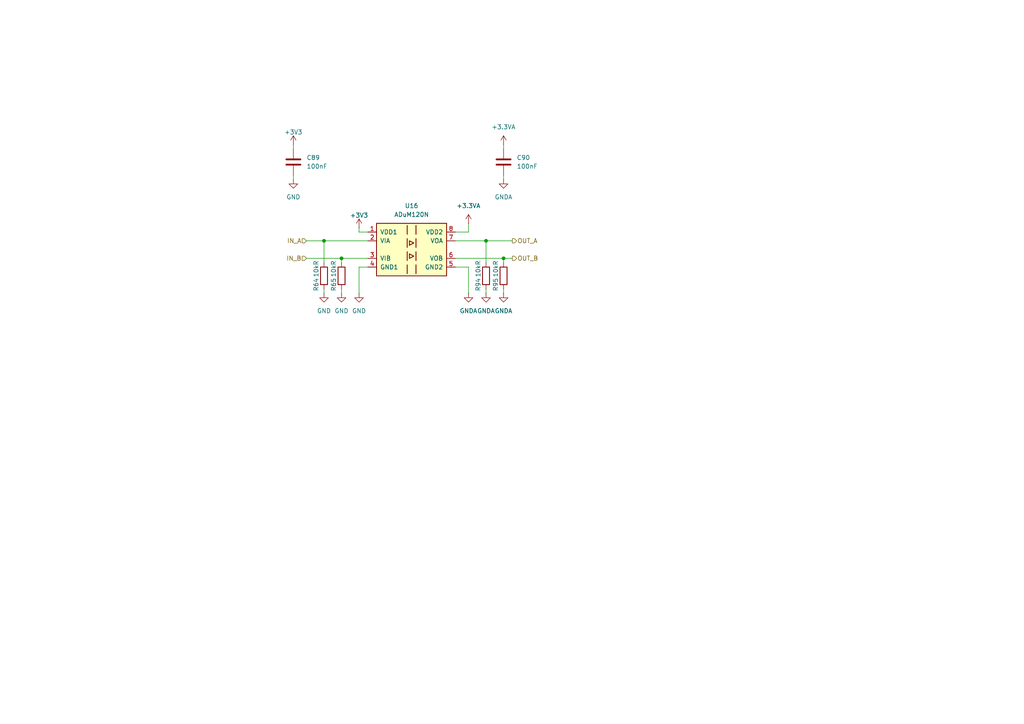
<source format=kicad_sch>
(kicad_sch (version 20231120) (generator "eeschema") (generator_version "8.0")
  (paper "A4")
  (lib_symbols
    (symbol "Device:C" (pin_numbers hide) (pin_names (offset 0.254))
      (property "Reference" "C" (at 0.635 2.54 0))
      (property "Value" "C" (at 0.635 -2.54 0))
      (symbol "C_0_1"
        (polyline (pts (xy -2.032 -0.762) (xy 2.032 -0.762)) (stroke (width 0.508)))
        (polyline (pts (xy -2.032 0.762) (xy 2.032 0.762)) (stroke (width 0.508)))
      )
      (symbol "C_1_1"
        (pin passive line (at 0 3.81 270) (length 2.794) (name "~") (number "1"))
        (pin passive line (at 0 -3.81 90) (length 2.794) (name "~") (number "2"))
      )
    )
    (symbol "Device:R" (pin_numbers hide) (pin_names (offset 0))
      (property "Reference" "R" (at 2.032 0 90))
      (property "Value" "R" (at 0 0 90))
      (symbol "R_0_1"
        (rectangle (start -1.016 -2.54) (end 1.016 2.54) (stroke (width 0.254)))
      )
      (symbol "R_1_1"
        (pin passive line (at 0 3.81 270) (length 1.27) (name "~") (number "1"))
        (pin passive line (at 0 -3.81 90) (length 1.27) (name "~") (number "2"))
      )
    )
    (symbol "Isolator:ADuM120N" (pin_names (offset 1.016))
      (property "Reference" "U" (at -10.16 8.89 0))
      (property "Value" "ADuM120N" (at -2.032 8.89 0))
      (symbol "ADuM120N_0_1"
        (rectangle (start -10.16 7.62) (end 10.16 -7.62) (stroke (width 0.254)) (fill (type background)))
        (polyline (pts (xy -1.27 -4.445) (xy -1.27 -6.985)) (stroke (width 0.254)))
        (polyline (pts (xy -1.27 -0.635) (xy -1.27 -3.175)) (stroke (width 0.254)))
        (polyline (pts (xy -1.27 3.175) (xy -1.27 0.635)) (stroke (width 0.254)))
        (polyline (pts (xy -1.27 6.985) (xy -1.27 4.445)) (stroke (width 0.254)))
        (polyline (pts (xy 1.27 -4.445) (xy 1.27 -6.985)) (stroke (width 0.254)))
        (polyline (pts (xy 1.27 -0.635) (xy 1.27 -3.175)) (stroke (width 0.254)))
        (polyline (pts (xy 1.27 3.175) (xy 1.27 0.635)) (stroke (width 0.254)))
        (polyline (pts (xy 1.27 6.985) (xy 1.27 4.445)) (stroke (width 0.254)))
        (polyline (pts (xy -0.635 -1.27) (xy -0.635 -2.54) (xy 0.635 -1.905) (xy -0.635 -1.27)) (stroke (width 0.254)))
        (polyline (pts (xy -0.635 1.27) (xy 0.635 1.905) (xy -0.635 2.54) (xy -0.635 1.27)) (stroke (width 0.254)))
      )
      (symbol "ADuM120N_1_1"
        (pin power_in line (at -12.7 5.08 0) (length 2.54) (name "VDD1") (number "1"))
        (pin input line (at -12.7 2.54 0) (length 2.54) (name "VIA") (number "2"))
        (pin input line (at -12.7 -2.54 0) (length 2.54) (name "VIB") (number "3"))
        (pin power_in line (at -12.7 -5.08 0) (length 2.54) (name "GND1") (number "4"))
        (pin power_in line (at 12.7 -5.08 180) (length 2.54) (name "GND2") (number "5"))
        (pin output line (at 12.7 -2.54 180) (length 2.54) (name "VOB") (number "6"))
        (pin output line (at 12.7 2.54 180) (length 2.54) (name "VOA") (number "7"))
        (pin power_in line (at 12.7 5.08 180) (length 2.54) (name "VDD2") (number "8"))
      )
    )
    (symbol "power:+3.3VA" (power) (pin_numbers hide) (pin_names (offset 0) hide)
      (property "Value" "+3.3VA" (at 0 3.556 0))
      (symbol "+3.3VA_0_1"
        (polyline (pts (xy -0.762 1.27) (xy 0 2.54)))
        (polyline (pts (xy 0 0) (xy 0 2.54)))
        (polyline (pts (xy 0 2.54) (xy 0.762 1.27)))
      )
      (symbol "+3.3VA_1_1"
        (pin power_in line (at 0 0 90) (length 0) (name "~") (number "1"))
      )
    )
    (symbol "power:+3V3" (power) (pin_numbers hide) (pin_names (offset 0) hide)
      (property "Value" "+3V3" (at 0 3.556 0))
      (symbol "+3V3_0_1"
        (polyline (pts (xy -0.762 1.27) (xy 0 2.54)))
        (polyline (pts (xy 0 0) (xy 0 2.54)))
        (polyline (pts (xy 0 2.54) (xy 0.762 1.27)))
      )
      (symbol "+3V3_1_1"
        (pin power_in line (at 0 0 90) (length 0) (name "~") (number "1"))
      )
    )
    (symbol "power:GND" (power) (pin_numbers hide) (pin_names (offset 0) hide)
      (property "Value" "GND" (at 0 -3.81 0))
      (symbol "GND_0_1"
        (polyline (pts (xy 0 0) (xy 0 -1.27) (xy 1.27 -1.27) (xy 0 -2.54) (xy -1.27 -1.27) (xy 0 -1.27)))
      )
      (symbol "GND_1_1"
        (pin power_in line (at 0 0 270) (length 0) (name "~") (number "1"))
      )
    )
    (symbol "power:GNDA" (power) (pin_numbers hide) (pin_names (offset 0) hide)
      (property "Value" "GNDA" (at 0 -3.81 0))
      (symbol "GNDA_0_1"
        (polyline (pts (xy 0 0) (xy 0 -1.27) (xy 1.27 -1.27) (xy 0 -2.54) (xy -1.27 -1.27) (xy 0 -1.27)))
      )
      (symbol "GNDA_1_1"
        (pin power_in line (at 0 0 270) (length 0) (name "~") (number "1"))
      )
    )
  )
  (junction (at 93.98 69.85))
  (junction (at 140.97 69.85))
  (junction (at 146.05 74.93))
  (junction (at 99.06 74.93))
  (wire (pts (xy 132.08 77.47) (xy 135.89 77.47)))
  (wire (pts (xy 146.05 74.93) (xy 148.59 74.93)))
  (wire (pts (xy 146.05 74.93) (xy 146.05 76.2)))
  (wire (pts (xy 140.97 69.85) (xy 148.59 69.85)))
  (wire (pts (xy 85.09 41.91) (xy 85.09 43.18)))
  (wire (pts (xy 104.14 77.47) (xy 104.14 85.09)))
  (wire (pts (xy 88.9 69.85) (xy 93.98 69.85)))
  (wire (pts (xy 104.14 66.04) (xy 104.14 67.31)))
  (wire (pts (xy 140.97 69.85) (xy 140.97 76.2)))
  (wire (pts (xy 93.98 76.2) (xy 93.98 69.85)))
  (wire (pts (xy 135.89 67.31) (xy 135.89 64.77)))
  (wire (pts (xy 106.68 77.47) (xy 104.14 77.47)))
  (wire (pts (xy 132.08 74.93) (xy 146.05 74.93)))
  (wire (pts (xy 146.05 83.82) (xy 146.05 85.09)))
  (wire (pts (xy 132.08 69.85) (xy 140.97 69.85)))
  (wire (pts (xy 104.14 67.31) (xy 106.68 67.31)))
  (wire (pts (xy 85.09 50.8) (xy 85.09 52.07)))
  (wire (pts (xy 99.06 74.93) (xy 106.68 74.93)))
  (wire (pts (xy 146.05 41.91) (xy 146.05 43.18)))
  (wire (pts (xy 93.98 83.82) (xy 93.98 85.09)))
  (wire (pts (xy 88.9 74.93) (xy 99.06 74.93)))
  (wire (pts (xy 99.06 83.82) (xy 99.06 85.09)))
  (wire (pts (xy 99.06 76.2) (xy 99.06 74.93)))
  (wire (pts (xy 135.89 77.47) (xy 135.89 85.09)))
  (wire (pts (xy 146.05 50.8) (xy 146.05 52.07)))
  (wire (pts (xy 132.08 67.31) (xy 135.89 67.31)))
  (wire (pts (xy 140.97 83.82) (xy 140.97 85.09)))
  (wire (pts (xy 93.98 69.85) (xy 106.68 69.85)))
  (hierarchical_label "IN_A" (shape input) (at 88.9 69.85 180))
  (hierarchical_label "OUT_A" (shape output) (at 148.59 69.85 0))
  (hierarchical_label "IN_B" (shape input) (at 88.9 74.93 180))
  (hierarchical_label "OUT_B" (shape output) (at 148.59 74.93 0))
  (symbol (lib_id "Device:R") (at 99.06 80.01 180) (unit 1)
    (property "Reference" "R65" (at 96.774 82.55 90))
    (property "Value" "10kR" (at 96.774 77.978 90))
    (property "Footprint" "Resistor_SMD:R_0402_1005Metric" (effects (hide yes)))
    (property "Description" "Resistor" (effects (hide yes)))
    (property "LCSC" "C25744" (effects (hide yes)))
    (instances (project "mypsu" (path "" (reference "R65") (unit 1)) (path "" (reference "R63") (unit 1)) (path "" (reference "R59") (unit 1)) (path "" (reference "R61") (unit 1))))
  )
  (symbol (lib_id "power:GND") (at 99.06 85.09 0) (unit 1)
    (property "Reference" "#PWR0180" (effects (hide yes)))
    (property "Value" "GND" (at 99.06 90.17 0))
    (property "Description" "Power symbol creates a global label with name \"GND\" , ground" (effects (hide yes)))
    (instances (project "mypsu" (path "" (reference "#PWR0180") (unit 1)) (path "" (reference "#PWR0170") (unit 1)) (path "" (reference "#PWR0148") (unit 1)) (path "" (reference "#PWR0160") (unit 1))))
  )
  (symbol (lib_id "Device:R") (at 93.98 80.01 180) (unit 1)
    (property "Reference" "R64" (at 91.694 82.55 90))
    (property "Value" "10kR" (at 91.694 77.978 90))
    (property "Footprint" "Resistor_SMD:R_0402_1005Metric" (effects (hide yes)))
    (property "Description" "Resistor" (effects (hide yes)))
    (property "LCSC" "C25744" (effects (hide yes)))
    (instances (project "mypsu" (path "" (reference "R64") (unit 1)) (path "" (reference "R62") (unit 1)) (path "" (reference "R58") (unit 1)) (path "" (reference "R60") (unit 1))))
  )
  (symbol (lib_id "Device:R") (at 140.97 80.01 180) (unit 1)
    (property "Reference" "R94" (at 138.684 82.55 90))
    (property "Value" "10kR" (at 138.684 77.978 90))
    (property "Footprint" "Resistor_SMD:R_0402_1005Metric" (effects (hide yes)))
    (property "Description" "Resistor" (effects (hide yes)))
    (property "LCSC" "C25744" (effects (hide yes)))
    (instances (project "mypsu" (path "" (reference "R94") (unit 1)) (path "" (reference "R92") (unit 1)) (path "" (reference "R80") (unit 1)) (path "" (reference "R84") (unit 1))))
  )
  (symbol (lib_id "power:GNDA") (at 140.97 85.09 0) (unit 1)
    (property "Reference" "#PWR0216" (effects (hide yes)))
    (property "Value" "GNDA" (at 140.97 90.17 0))
    (property "Description" "Power symbol creates a global label with name \"GNDA\" , analog ground" (effects (hide yes)))
    (instances (project "mypsu" (path "" (reference "#PWR0216") (unit 1)) (path "" (reference "#PWR0156") (unit 1)) (path "" (reference "#PWR029") (unit 1)) (path "" (reference "#PWR0153") (unit 1))))
  )
  (symbol (lib_id "Device:R") (at 146.05 80.01 180) (unit 1)
    (property "Reference" "R95" (at 143.764 82.55 90))
    (property "Value" "10kR" (at 143.764 77.978 90))
    (property "Footprint" "Resistor_SMD:R_0402_1005Metric" (effects (hide yes)))
    (property "Description" "Resistor" (effects (hide yes)))
    (property "LCSC" "C25744" (effects (hide yes)))
    (instances (project "mypsu" (path "" (reference "R95") (unit 1)) (path "" (reference "R93") (unit 1)) (path "" (reference "R82") (unit 1)) (path "" (reference "R85") (unit 1))))
  )
  (symbol (lib_id "power:+3V3") (at 85.09 41.91 0) (unit 1)
    (property "Reference" "#PWR0177" (effects (hide yes)))
    (property "Value" "+3V3" (at 85.09 38.3342 0))
    (property "Description" "Power symbol creates a global label with name \"+3V3\"" (effects (hide yes)))
    (instances (project "mypsu" (path "" (reference "#PWR0177") (unit 1)) (path "" (reference "#PWR0167") (unit 1)) (path "" (reference "#PWR021") (unit 1)) (path "" (reference "#PWR0157") (unit 1))))
  )
  (symbol (lib_id "Device:C") (at 85.09 46.99 0) (unit 1)
    (property "Reference" "C89" (at 88.9 45.7199 0) (effects (justify left)))
    (property "Value" "100nF" (at 88.9 48.2599 0) (effects (justify left)))
    (property "Footprint" "Capacitor_SMD:C_0603_1608Metric" (effects (hide yes)))
    (property "Description" "Unpolarized capacitor" (effects (hide yes)))
    (property "LCSC" "C14663" (effects (hide yes)))
    (instances (project "mypsu" (path "" (reference "C89") (unit 1)) (path "" (reference "C87") (unit 1)) (path "" (reference "C83") (unit 1)) (path "" (reference "C85") (unit 1))))
  )
  (symbol (lib_id "Device:C") (at 146.05 46.99 0) (unit 1)
    (property "Reference" "C90" (at 149.86 45.7199 0) (effects (justify left)))
    (property "Value" "100nF" (at 149.86 48.2599 0) (effects (justify left)))
    (property "Footprint" "Capacitor_SMD:C_0603_1608Metric" (effects (hide yes)))
    (property "Description" "Unpolarized capacitor" (effects (hide yes)))
    (property "LCSC" "C14663" (effects (hide yes)))
    (instances (project "mypsu" (path "" (reference "C90") (unit 1)) (path "" (reference "C88") (unit 1)) (path "" (reference "C84") (unit 1)) (path "" (reference "C86") (unit 1))))
  )
  (symbol (lib_id "power:+3.3VA") (at 135.89 64.77 0) (unit 1)
    (property "Reference" "#PWR0183" (effects (hide yes)))
    (property "Value" "+3.3VA" (at 135.89 59.69 0))
    (property "Description" "Power symbol creates a global label with name \"+3.3VA\"" (effects (hide yes)))
    (instances (project "" (path "" (reference "#PWR0183") (unit 1)) (path "" (reference "#PWR0163") (unit 1)) (path "" (reference "#PWR0151") (unit 1)) (path "" (reference "#PWR0173") (unit 1))))
  )
  (symbol (lib_id "power:GND") (at 104.14 85.09 0) (unit 1)
    (property "Reference" "#PWR0182" (effects (hide yes)))
    (property "Value" "GND" (at 104.14 90.17 0))
    (property "Description" "Power symbol creates a global label with name \"GND\" , ground" (effects (hide yes)))
    (instances (project "mypsu" (path "" (reference "#PWR0182") (unit 1)) (path "" (reference "#PWR0172") (unit 1)) (path "" (reference "#PWR0150") (unit 1)) (path "" (reference "#PWR0162") (unit 1))))
  )
  (symbol (lib_id "power:GNDA") (at 146.05 52.07 0) (unit 1)
    (property "Reference" "#PWR0186" (effects (hide yes)))
    (property "Value" "GNDA" (at 146.05 57.15 0))
    (property "Description" "Power symbol creates a global label with name \"GNDA\" , analog ground" (effects (hide yes)))
    (instances (project "mypsu" (path "" (reference "#PWR0186") (unit 1)) (path "" (reference "#PWR0176") (unit 1)) (path "" (reference "#PWR0155") (unit 1)) (path "" (reference "#PWR0166") (unit 1))))
  )
  (symbol (lib_id "power:GNDA") (at 146.05 85.09 0) (unit 1)
    (property "Reference" "#PWR0252" (effects (hide yes)))
    (property "Value" "GNDA" (at 146.05 90.17 0))
    (property "Description" "Power symbol creates a global label with name \"GNDA\" , analog ground" (effects (hide yes)))
    (instances (project "mypsu" (path "" (reference "#PWR0252") (unit 1)) (path "" (reference "#PWR0251") (unit 1)) (path "" (reference "#PWR0247") (unit 1)) (path "" (reference "#PWR0249") (unit 1))))
  )
  (symbol (lib_id "power:GNDA") (at 135.89 85.09 0) (unit 1)
    (property "Reference" "#PWR0184" (effects (hide yes)))
    (property "Value" "GNDA" (at 135.89 90.17 0))
    (property "Description" "Power symbol creates a global label with name \"GNDA\" , analog ground" (effects (hide yes)))
    (instances (project "mypsu" (path "" (reference "#PWR0184") (unit 1)) (path "" (reference "#PWR0174") (unit 1)) (path "" (reference "#PWR0152") (unit 1)) (path "" (reference "#PWR0164") (unit 1))))
  )
  (symbol (lib_id "Isolator:ADuM120N") (at 119.38 72.39 0) (unit 1)
    (property "Reference" "U16" (at 119.38 59.69 0))
    (property "Value" "ADuM120N" (at 119.38 62.23 0))
    (property "Footprint" "Package_SO:SOIC-8_3.9x4.9mm_P1.27mm" (effects (hide yes)))
    (property "Datasheet" "https://www.analog.com/media/en/technical-documentation/data-sheets/ADuM120N_121N.pdf" (effects (hide yes)))
    (property "Description" "Dual-channel digital isolator,1.8 to 5V, 150Mbs, 3kV" (effects (hide yes)))
    (property "LCSC" "C660268" (effects (hide yes)))
    (instances (project "mypsu" (path "" (reference "U16") (unit 1)) (path "" (reference "U15") (unit 1)) (path "" (reference "U13") (unit 1)) (path "" (reference "U14") (unit 1))))
  )
  (symbol (lib_id "power:+3V3") (at 104.14 66.04 0) (unit 1)
    (property "Reference" "#PWR0181" (effects (hide yes)))
    (property "Value" "+3V3" (at 104.14 62.4642 0))
    (property "Description" "Power symbol creates a global label with name \"+3V3\"" (effects (hide yes)))
    (instances (project "mypsu" (path "" (reference "#PWR0181") (unit 1)) (path "" (reference "#PWR0171") (unit 1)) (path "" (reference "#PWR0149") (unit 1)) (path "" (reference "#PWR0161") (unit 1))))
  )
  (symbol (lib_id "power:GND") (at 85.09 52.07 0) (unit 1)
    (property "Reference" "#PWR0178" (effects (hide yes)))
    (property "Value" "GND" (at 85.09 57.15 0))
    (property "Description" "Power symbol creates a global label with name \"GND\" , ground" (effects (hide yes)))
    (instances (project "mypsu" (path "" (reference "#PWR0178") (unit 1)) (path "" (reference "#PWR0168") (unit 1)) (path "" (reference "#PWR027") (unit 1)) (path "" (reference "#PWR0158") (unit 1))))
  )
  (symbol (lib_id "power:GND") (at 93.98 85.09 0) (unit 1)
    (property "Reference" "#PWR0179" (effects (hide yes)))
    (property "Value" "GND" (at 93.98 90.17 0))
    (property "Description" "Power symbol creates a global label with name \"GND\" , ground" (effects (hide yes)))
    (instances (project "mypsu" (path "" (reference "#PWR0179") (unit 1)) (path "" (reference "#PWR0169") (unit 1)) (path "" (reference "#PWR0147") (unit 1)) (path "" (reference "#PWR0159") (unit 1))))
  )
  (symbol (lib_id "power:+3.3VA") (at 146.05 41.91 0) (unit 1)
    (property "Reference" "#PWR0185" (effects (hide yes)))
    (property "Value" "+3.3VA" (at 146.05 36.83 0))
    (property "Description" "Power symbol creates a global label with name \"+3.3VA\"" (effects (hide yes)))
    (instances (project "mypsu" (path "" (reference "#PWR0185") (unit 1)) (path "" (reference "#PWR0175") (unit 1)) (path "" (reference "#PWR0154") (unit 1)) (path "" (reference "#PWR0165") (unit 1))))
  )
)
</source>
